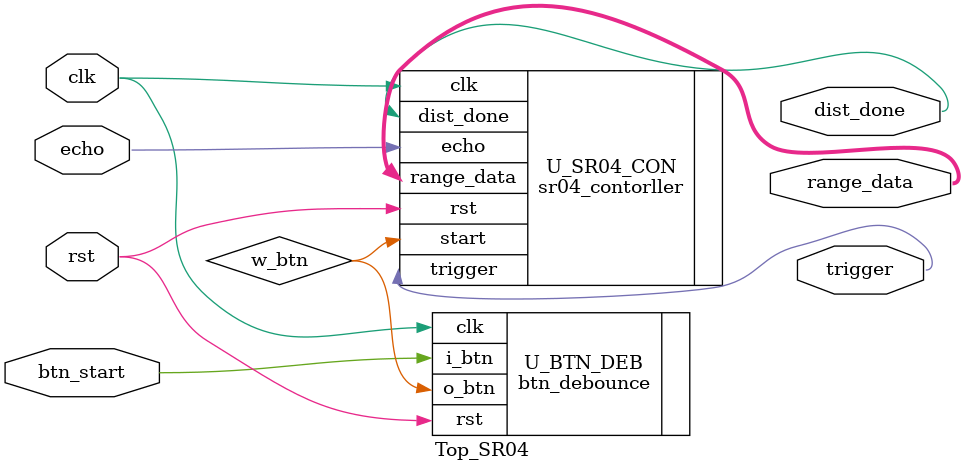
<source format=v>
`timescale 1ns / 1ps

module Top_SR04 (
    input clk,
    input rst,
    input btn_start,
    input echo,
    output trigger,
    output dist_done,
    output [9:0] range_data
);

    wire w_btn;
    btn_debounce U_BTN_DEB (
        .i_btn(btn_start),
        .clk  (clk),
        .rst  (rst),
        .o_btn(w_btn)
    );

    sr04_contorller U_SR04_CON (
        .clk(clk),
        .rst(rst),
        .start(w_btn),
        .echo(echo),
        .trigger(trigger),
        .range_data(range_data),
        .dist_done(dist_done)
    );
endmodule

</source>
